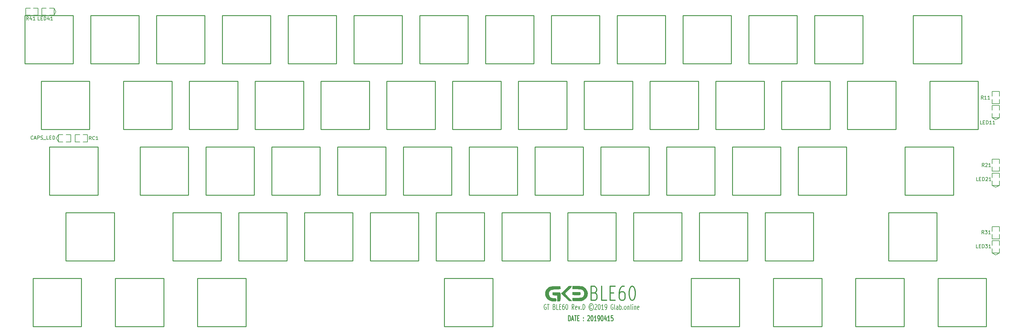
<source format=gbr>
%TF.GenerationSoftware,KiCad,Pcbnew,(5.1.0)-1*%
%TF.CreationDate,2019-04-30T15:13:16+08:00*%
%TF.ProjectId,keyboard,6b657962-6f61-4726-942e-6b696361645f,rev.C*%
%TF.SameCoordinates,PX3b67bd4PY97d81e8*%
%TF.FileFunction,Legend,Top*%
%TF.FilePolarity,Positive*%
%FSLAX46Y46*%
G04 Gerber Fmt 4.6, Leading zero omitted, Abs format (unit mm)*
G04 Created by KiCad (PCBNEW (5.1.0)-1) date 2019-04-30 15:13:16*
%MOMM*%
%LPD*%
G04 APERTURE LIST*
%ADD10C,0.254000*%
%ADD11C,0.190500*%
%ADD12C,0.304800*%
%ADD13C,0.010000*%
%ADD14C,0.200000*%
%ADD15C,0.250000*%
%ADD16C,0.150000*%
G04 APERTURE END LIST*
D10*
X221765333Y-155349428D02*
X221765333Y-153825428D01*
X222007238Y-153825428D01*
X222152380Y-153898000D01*
X222249142Y-154043142D01*
X222297523Y-154188285D01*
X222345904Y-154478571D01*
X222345904Y-154696285D01*
X222297523Y-154986571D01*
X222249142Y-155131714D01*
X222152380Y-155276857D01*
X222007238Y-155349428D01*
X221765333Y-155349428D01*
X222732952Y-154914000D02*
X223216761Y-154914000D01*
X222636190Y-155349428D02*
X222974857Y-153825428D01*
X223313523Y-155349428D01*
X223507047Y-153825428D02*
X224087619Y-153825428D01*
X223797333Y-155349428D02*
X223797333Y-153825428D01*
X224426285Y-154551142D02*
X224764952Y-154551142D01*
X224910095Y-155349428D02*
X224426285Y-155349428D01*
X224426285Y-153825428D01*
X224910095Y-153825428D01*
X226119619Y-155204285D02*
X226168000Y-155276857D01*
X226119619Y-155349428D01*
X226071238Y-155276857D01*
X226119619Y-155204285D01*
X226119619Y-155349428D01*
X226119619Y-154406000D02*
X226168000Y-154478571D01*
X226119619Y-154551142D01*
X226071238Y-154478571D01*
X226119619Y-154406000D01*
X226119619Y-154551142D01*
X227329142Y-153970571D02*
X227377523Y-153898000D01*
X227474285Y-153825428D01*
X227716190Y-153825428D01*
X227812952Y-153898000D01*
X227861333Y-153970571D01*
X227909714Y-154115714D01*
X227909714Y-154260857D01*
X227861333Y-154478571D01*
X227280761Y-155349428D01*
X227909714Y-155349428D01*
X228538666Y-153825428D02*
X228635428Y-153825428D01*
X228732190Y-153898000D01*
X228780571Y-153970571D01*
X228828952Y-154115714D01*
X228877333Y-154406000D01*
X228877333Y-154768857D01*
X228828952Y-155059142D01*
X228780571Y-155204285D01*
X228732190Y-155276857D01*
X228635428Y-155349428D01*
X228538666Y-155349428D01*
X228441904Y-155276857D01*
X228393523Y-155204285D01*
X228345142Y-155059142D01*
X228296761Y-154768857D01*
X228296761Y-154406000D01*
X228345142Y-154115714D01*
X228393523Y-153970571D01*
X228441904Y-153898000D01*
X228538666Y-153825428D01*
X229844952Y-155349428D02*
X229264380Y-155349428D01*
X229554666Y-155349428D02*
X229554666Y-153825428D01*
X229457904Y-154043142D01*
X229361142Y-154188285D01*
X229264380Y-154260857D01*
X230328761Y-155349428D02*
X230522285Y-155349428D01*
X230619047Y-155276857D01*
X230667428Y-155204285D01*
X230764190Y-154986571D01*
X230812571Y-154696285D01*
X230812571Y-154115714D01*
X230764190Y-153970571D01*
X230715809Y-153898000D01*
X230619047Y-153825428D01*
X230425523Y-153825428D01*
X230328761Y-153898000D01*
X230280380Y-153970571D01*
X230232000Y-154115714D01*
X230232000Y-154478571D01*
X230280380Y-154623714D01*
X230328761Y-154696285D01*
X230425523Y-154768857D01*
X230619047Y-154768857D01*
X230715809Y-154696285D01*
X230764190Y-154623714D01*
X230812571Y-154478571D01*
X231441523Y-153825428D02*
X231538285Y-153825428D01*
X231635047Y-153898000D01*
X231683428Y-153970571D01*
X231731809Y-154115714D01*
X231780190Y-154406000D01*
X231780190Y-154768857D01*
X231731809Y-155059142D01*
X231683428Y-155204285D01*
X231635047Y-155276857D01*
X231538285Y-155349428D01*
X231441523Y-155349428D01*
X231344761Y-155276857D01*
X231296380Y-155204285D01*
X231248000Y-155059142D01*
X231199619Y-154768857D01*
X231199619Y-154406000D01*
X231248000Y-154115714D01*
X231296380Y-153970571D01*
X231344761Y-153898000D01*
X231441523Y-153825428D01*
X232651047Y-154333428D02*
X232651047Y-155349428D01*
X232409142Y-153752857D02*
X232167238Y-154841428D01*
X232796190Y-154841428D01*
X233715428Y-155349428D02*
X233134857Y-155349428D01*
X233425142Y-155349428D02*
X233425142Y-153825428D01*
X233328380Y-154043142D01*
X233231619Y-154188285D01*
X233134857Y-154260857D01*
X234634666Y-153825428D02*
X234150857Y-153825428D01*
X234102476Y-154551142D01*
X234150857Y-154478571D01*
X234247619Y-154406000D01*
X234489523Y-154406000D01*
X234586285Y-154478571D01*
X234634666Y-154551142D01*
X234683047Y-154696285D01*
X234683047Y-155059142D01*
X234634666Y-155204285D01*
X234586285Y-155276857D01*
X234489523Y-155349428D01*
X234247619Y-155349428D01*
X234150857Y-155276857D01*
X234102476Y-155204285D01*
D11*
X215330380Y-150618000D02*
X215233619Y-150545428D01*
X215088476Y-150545428D01*
X214943333Y-150618000D01*
X214846571Y-150763142D01*
X214798190Y-150908285D01*
X214749809Y-151198571D01*
X214749809Y-151416285D01*
X214798190Y-151706571D01*
X214846571Y-151851714D01*
X214943333Y-151996857D01*
X215088476Y-152069428D01*
X215185238Y-152069428D01*
X215330380Y-151996857D01*
X215378761Y-151924285D01*
X215378761Y-151416285D01*
X215185238Y-151416285D01*
X215669047Y-150545428D02*
X216249619Y-150545428D01*
X215959333Y-152069428D02*
X215959333Y-150545428D01*
X217701047Y-151271142D02*
X217846190Y-151343714D01*
X217894571Y-151416285D01*
X217942952Y-151561428D01*
X217942952Y-151779142D01*
X217894571Y-151924285D01*
X217846190Y-151996857D01*
X217749428Y-152069428D01*
X217362380Y-152069428D01*
X217362380Y-150545428D01*
X217701047Y-150545428D01*
X217797809Y-150618000D01*
X217846190Y-150690571D01*
X217894571Y-150835714D01*
X217894571Y-150980857D01*
X217846190Y-151126000D01*
X217797809Y-151198571D01*
X217701047Y-151271142D01*
X217362380Y-151271142D01*
X218862190Y-152069428D02*
X218378380Y-152069428D01*
X218378380Y-150545428D01*
X219200857Y-151271142D02*
X219539523Y-151271142D01*
X219684666Y-152069428D02*
X219200857Y-152069428D01*
X219200857Y-150545428D01*
X219684666Y-150545428D01*
X220555523Y-150545428D02*
X220362000Y-150545428D01*
X220265238Y-150618000D01*
X220216857Y-150690571D01*
X220120095Y-150908285D01*
X220071714Y-151198571D01*
X220071714Y-151779142D01*
X220120095Y-151924285D01*
X220168476Y-151996857D01*
X220265238Y-152069428D01*
X220458761Y-152069428D01*
X220555523Y-151996857D01*
X220603904Y-151924285D01*
X220652285Y-151779142D01*
X220652285Y-151416285D01*
X220603904Y-151271142D01*
X220555523Y-151198571D01*
X220458761Y-151126000D01*
X220265238Y-151126000D01*
X220168476Y-151198571D01*
X220120095Y-151271142D01*
X220071714Y-151416285D01*
X221281238Y-150545428D02*
X221378000Y-150545428D01*
X221474761Y-150618000D01*
X221523142Y-150690571D01*
X221571523Y-150835714D01*
X221619904Y-151126000D01*
X221619904Y-151488857D01*
X221571523Y-151779142D01*
X221523142Y-151924285D01*
X221474761Y-151996857D01*
X221378000Y-152069428D01*
X221281238Y-152069428D01*
X221184476Y-151996857D01*
X221136095Y-151924285D01*
X221087714Y-151779142D01*
X221039333Y-151488857D01*
X221039333Y-151126000D01*
X221087714Y-150835714D01*
X221136095Y-150690571D01*
X221184476Y-150618000D01*
X221281238Y-150545428D01*
X223410000Y-152069428D02*
X223071333Y-151343714D01*
X222829428Y-152069428D02*
X222829428Y-150545428D01*
X223216476Y-150545428D01*
X223313238Y-150618000D01*
X223361619Y-150690571D01*
X223410000Y-150835714D01*
X223410000Y-151053428D01*
X223361619Y-151198571D01*
X223313238Y-151271142D01*
X223216476Y-151343714D01*
X222829428Y-151343714D01*
X224232476Y-151996857D02*
X224135714Y-152069428D01*
X223942190Y-152069428D01*
X223845428Y-151996857D01*
X223797047Y-151851714D01*
X223797047Y-151271142D01*
X223845428Y-151126000D01*
X223942190Y-151053428D01*
X224135714Y-151053428D01*
X224232476Y-151126000D01*
X224280857Y-151271142D01*
X224280857Y-151416285D01*
X223797047Y-151561428D01*
X224619523Y-151053428D02*
X224861428Y-152069428D01*
X225103333Y-151053428D01*
X225490380Y-151924285D02*
X225538761Y-151996857D01*
X225490380Y-152069428D01*
X225442000Y-151996857D01*
X225490380Y-151924285D01*
X225490380Y-152069428D01*
X225974190Y-152069428D02*
X225974190Y-150545428D01*
X226216095Y-150545428D01*
X226361238Y-150618000D01*
X226458000Y-150763142D01*
X226506380Y-150908285D01*
X226554761Y-151198571D01*
X226554761Y-151416285D01*
X226506380Y-151706571D01*
X226458000Y-151851714D01*
X226361238Y-151996857D01*
X226216095Y-152069428D01*
X225974190Y-152069428D01*
X228586761Y-150908285D02*
X228490000Y-150835714D01*
X228296476Y-150835714D01*
X228199714Y-150908285D01*
X228102952Y-151053428D01*
X228054571Y-151198571D01*
X228054571Y-151488857D01*
X228102952Y-151634000D01*
X228199714Y-151779142D01*
X228296476Y-151851714D01*
X228490000Y-151851714D01*
X228586761Y-151779142D01*
X228393238Y-150327714D02*
X228151333Y-150400285D01*
X227909428Y-150618000D01*
X227764285Y-150980857D01*
X227715904Y-151343714D01*
X227764285Y-151706571D01*
X227909428Y-152069428D01*
X228151333Y-152287142D01*
X228393238Y-152359714D01*
X228635142Y-152287142D01*
X228877047Y-152069428D01*
X229022190Y-151706571D01*
X229070571Y-151343714D01*
X229022190Y-150980857D01*
X228877047Y-150618000D01*
X228635142Y-150400285D01*
X228393238Y-150327714D01*
X229457619Y-150690571D02*
X229506000Y-150618000D01*
X229602761Y-150545428D01*
X229844666Y-150545428D01*
X229941428Y-150618000D01*
X229989809Y-150690571D01*
X230038190Y-150835714D01*
X230038190Y-150980857D01*
X229989809Y-151198571D01*
X229409238Y-152069428D01*
X230038190Y-152069428D01*
X230667142Y-150545428D02*
X230763904Y-150545428D01*
X230860666Y-150618000D01*
X230909047Y-150690571D01*
X230957428Y-150835714D01*
X231005809Y-151126000D01*
X231005809Y-151488857D01*
X230957428Y-151779142D01*
X230909047Y-151924285D01*
X230860666Y-151996857D01*
X230763904Y-152069428D01*
X230667142Y-152069428D01*
X230570380Y-151996857D01*
X230522000Y-151924285D01*
X230473619Y-151779142D01*
X230425238Y-151488857D01*
X230425238Y-151126000D01*
X230473619Y-150835714D01*
X230522000Y-150690571D01*
X230570380Y-150618000D01*
X230667142Y-150545428D01*
X231973428Y-152069428D02*
X231392857Y-152069428D01*
X231683142Y-152069428D02*
X231683142Y-150545428D01*
X231586380Y-150763142D01*
X231489619Y-150908285D01*
X231392857Y-150980857D01*
X232457238Y-152069428D02*
X232650761Y-152069428D01*
X232747523Y-151996857D01*
X232795904Y-151924285D01*
X232892666Y-151706571D01*
X232941047Y-151416285D01*
X232941047Y-150835714D01*
X232892666Y-150690571D01*
X232844285Y-150618000D01*
X232747523Y-150545428D01*
X232554000Y-150545428D01*
X232457238Y-150618000D01*
X232408857Y-150690571D01*
X232360476Y-150835714D01*
X232360476Y-151198571D01*
X232408857Y-151343714D01*
X232457238Y-151416285D01*
X232554000Y-151488857D01*
X232747523Y-151488857D01*
X232844285Y-151416285D01*
X232892666Y-151343714D01*
X232941047Y-151198571D01*
X234682761Y-150618000D02*
X234586000Y-150545428D01*
X234440857Y-150545428D01*
X234295714Y-150618000D01*
X234198952Y-150763142D01*
X234150571Y-150908285D01*
X234102190Y-151198571D01*
X234102190Y-151416285D01*
X234150571Y-151706571D01*
X234198952Y-151851714D01*
X234295714Y-151996857D01*
X234440857Y-152069428D01*
X234537619Y-152069428D01*
X234682761Y-151996857D01*
X234731142Y-151924285D01*
X234731142Y-151416285D01*
X234537619Y-151416285D01*
X235311714Y-152069428D02*
X235214952Y-151996857D01*
X235166571Y-151851714D01*
X235166571Y-150545428D01*
X236134190Y-152069428D02*
X236134190Y-151271142D01*
X236085809Y-151126000D01*
X235989047Y-151053428D01*
X235795523Y-151053428D01*
X235698761Y-151126000D01*
X236134190Y-151996857D02*
X236037428Y-152069428D01*
X235795523Y-152069428D01*
X235698761Y-151996857D01*
X235650380Y-151851714D01*
X235650380Y-151706571D01*
X235698761Y-151561428D01*
X235795523Y-151488857D01*
X236037428Y-151488857D01*
X236134190Y-151416285D01*
X236618000Y-152069428D02*
X236618000Y-150545428D01*
X236618000Y-151126000D02*
X236714761Y-151053428D01*
X236908285Y-151053428D01*
X237005047Y-151126000D01*
X237053428Y-151198571D01*
X237101809Y-151343714D01*
X237101809Y-151779142D01*
X237053428Y-151924285D01*
X237005047Y-151996857D01*
X236908285Y-152069428D01*
X236714761Y-152069428D01*
X236618000Y-151996857D01*
X237537238Y-151924285D02*
X237585619Y-151996857D01*
X237537238Y-152069428D01*
X237488857Y-151996857D01*
X237537238Y-151924285D01*
X237537238Y-152069428D01*
X238166190Y-152069428D02*
X238069428Y-151996857D01*
X238021047Y-151924285D01*
X237972666Y-151779142D01*
X237972666Y-151343714D01*
X238021047Y-151198571D01*
X238069428Y-151126000D01*
X238166190Y-151053428D01*
X238311333Y-151053428D01*
X238408095Y-151126000D01*
X238456476Y-151198571D01*
X238504857Y-151343714D01*
X238504857Y-151779142D01*
X238456476Y-151924285D01*
X238408095Y-151996857D01*
X238311333Y-152069428D01*
X238166190Y-152069428D01*
X238940285Y-151053428D02*
X238940285Y-152069428D01*
X238940285Y-151198571D02*
X238988666Y-151126000D01*
X239085428Y-151053428D01*
X239230571Y-151053428D01*
X239327333Y-151126000D01*
X239375714Y-151271142D01*
X239375714Y-152069428D01*
X240004666Y-152069428D02*
X239907904Y-151996857D01*
X239859523Y-151851714D01*
X239859523Y-150545428D01*
X240391714Y-152069428D02*
X240391714Y-151053428D01*
X240391714Y-150545428D02*
X240343333Y-150618000D01*
X240391714Y-150690571D01*
X240440095Y-150618000D01*
X240391714Y-150545428D01*
X240391714Y-150690571D01*
X240875523Y-151053428D02*
X240875523Y-152069428D01*
X240875523Y-151198571D02*
X240923904Y-151126000D01*
X241020666Y-151053428D01*
X241165809Y-151053428D01*
X241262571Y-151126000D01*
X241310952Y-151271142D01*
X241310952Y-152069428D01*
X242181809Y-151996857D02*
X242085047Y-152069428D01*
X241891523Y-152069428D01*
X241794761Y-151996857D01*
X241746380Y-151851714D01*
X241746380Y-151271142D01*
X241794761Y-151126000D01*
X241891523Y-151053428D01*
X242085047Y-151053428D01*
X242181809Y-151126000D01*
X242230190Y-151271142D01*
X242230190Y-151416285D01*
X241746380Y-151561428D01*
D12*
X229375425Y-147273554D02*
X229810854Y-147467078D01*
X229955997Y-147660601D01*
X230101140Y-148047649D01*
X230101140Y-148628220D01*
X229955997Y-149015268D01*
X229810854Y-149208792D01*
X229520568Y-149402316D01*
X228359425Y-149402316D01*
X228359425Y-145338316D01*
X229375425Y-145338316D01*
X229665711Y-145531840D01*
X229810854Y-145725363D01*
X229955997Y-146112411D01*
X229955997Y-146499459D01*
X229810854Y-146886506D01*
X229665711Y-147080030D01*
X229375425Y-147273554D01*
X228359425Y-147273554D01*
X232858854Y-149402316D02*
X231407425Y-149402316D01*
X231407425Y-145338316D01*
X233874854Y-147273554D02*
X234890854Y-147273554D01*
X235326282Y-149402316D02*
X233874854Y-149402316D01*
X233874854Y-145338316D01*
X235326282Y-145338316D01*
X237938854Y-145338316D02*
X237358282Y-145338316D01*
X237067997Y-145531840D01*
X236922854Y-145725363D01*
X236632568Y-146305935D01*
X236487425Y-147080030D01*
X236487425Y-148628220D01*
X236632568Y-149015268D01*
X236777711Y-149208792D01*
X237067997Y-149402316D01*
X237648568Y-149402316D01*
X237938854Y-149208792D01*
X238083997Y-149015268D01*
X238229140Y-148628220D01*
X238229140Y-147660601D01*
X238083997Y-147273554D01*
X237938854Y-147080030D01*
X237648568Y-146886506D01*
X237067997Y-146886506D01*
X236777711Y-147080030D01*
X236632568Y-147273554D01*
X236487425Y-147660601D01*
X240115997Y-145338316D02*
X240406282Y-145338316D01*
X240696568Y-145531840D01*
X240841711Y-145725363D01*
X240986854Y-146112411D01*
X241131997Y-146886506D01*
X241131997Y-147854125D01*
X240986854Y-148628220D01*
X240841711Y-149015268D01*
X240696568Y-149208792D01*
X240406282Y-149402316D01*
X240115997Y-149402316D01*
X239825711Y-149208792D01*
X239680568Y-149015268D01*
X239535425Y-148628220D01*
X239390282Y-147854125D01*
X239390282Y-146886506D01*
X239535425Y-146112411D01*
X239680568Y-145725363D01*
X239825711Y-145531840D01*
X240115997Y-145338316D01*
D13*
G36*
X225234192Y-147269358D02*
G01*
X225244902Y-147508496D01*
X225199463Y-147692691D01*
X225144655Y-147765045D01*
X225051664Y-147811387D01*
X224887946Y-147836654D01*
X224620954Y-147845787D01*
X224218145Y-147843724D01*
X224205361Y-147843563D01*
X223810864Y-147835429D01*
X223463553Y-147822589D01*
X223208444Y-147807022D01*
X223107673Y-147795341D01*
X222987376Y-147747575D01*
X222931495Y-147633062D01*
X222917206Y-147402460D01*
X222917173Y-147383538D01*
X222917173Y-147008427D01*
X225182006Y-147008427D01*
X225234192Y-147269358D01*
X225234192Y-147269358D01*
G37*
X225234192Y-147269358D02*
X225244902Y-147508496D01*
X225199463Y-147692691D01*
X225144655Y-147765045D01*
X225051664Y-147811387D01*
X224887946Y-147836654D01*
X224620954Y-147845787D01*
X224218145Y-147843724D01*
X224205361Y-147843563D01*
X223810864Y-147835429D01*
X223463553Y-147822589D01*
X223208444Y-147807022D01*
X223107673Y-147795341D01*
X222987376Y-147747575D01*
X222931495Y-147633062D01*
X222917206Y-147402460D01*
X222917173Y-147383538D01*
X222917173Y-147008427D01*
X225182006Y-147008427D01*
X225234192Y-147269358D01*
G36*
X224803392Y-145241867D02*
G01*
X225319720Y-145276710D01*
X225688682Y-145335738D01*
X225763004Y-145355519D01*
X226279420Y-145593081D01*
X226715959Y-145959394D01*
X227049837Y-146423790D01*
X227258272Y-146955603D01*
X227319840Y-147451103D01*
X227245655Y-148046175D01*
X227024390Y-148557834D01*
X226657981Y-148983092D01*
X226148360Y-149318964D01*
X226092173Y-149346301D01*
X225916506Y-149423410D01*
X225745918Y-149477876D01*
X225546560Y-149513610D01*
X225284584Y-149534521D01*
X224926140Y-149544518D01*
X224437382Y-149547512D01*
X224349451Y-149547600D01*
X223892956Y-149544435D01*
X223497509Y-149535160D01*
X223193483Y-149521004D01*
X223011250Y-149503195D01*
X222973617Y-149491982D01*
X222938669Y-149379015D01*
X222918857Y-149163704D01*
X222917173Y-149074609D01*
X222917173Y-148713680D01*
X224223627Y-148686553D01*
X224772396Y-148671370D01*
X225182155Y-148645634D01*
X225483221Y-148599919D01*
X225705914Y-148524804D01*
X225880553Y-148410865D01*
X226037456Y-148248677D01*
X226167133Y-148082480D01*
X226306918Y-147771627D01*
X226348773Y-147389879D01*
X226293566Y-147003868D01*
X226148998Y-146689649D01*
X225988369Y-146490042D01*
X225813255Y-146342524D01*
X225594777Y-146238399D01*
X225304054Y-146168972D01*
X224912205Y-146125549D01*
X224390349Y-146099433D01*
X224166006Y-146092618D01*
X222917173Y-146058637D01*
X222917173Y-145230427D01*
X224129472Y-145230427D01*
X224803392Y-145241867D01*
X224803392Y-145241867D01*
G37*
X224803392Y-145241867D02*
X225319720Y-145276710D01*
X225688682Y-145335738D01*
X225763004Y-145355519D01*
X226279420Y-145593081D01*
X226715959Y-145959394D01*
X227049837Y-146423790D01*
X227258272Y-146955603D01*
X227319840Y-147451103D01*
X227245655Y-148046175D01*
X227024390Y-148557834D01*
X226657981Y-148983092D01*
X226148360Y-149318964D01*
X226092173Y-149346301D01*
X225916506Y-149423410D01*
X225745918Y-149477876D01*
X225546560Y-149513610D01*
X225284584Y-149534521D01*
X224926140Y-149544518D01*
X224437382Y-149547512D01*
X224349451Y-149547600D01*
X223892956Y-149544435D01*
X223497509Y-149535160D01*
X223193483Y-149521004D01*
X223011250Y-149503195D01*
X222973617Y-149491982D01*
X222938669Y-149379015D01*
X222918857Y-149163704D01*
X222917173Y-149074609D01*
X222917173Y-148713680D01*
X224223627Y-148686553D01*
X224772396Y-148671370D01*
X225182155Y-148645634D01*
X225483221Y-148599919D01*
X225705914Y-148524804D01*
X225880553Y-148410865D01*
X226037456Y-148248677D01*
X226167133Y-148082480D01*
X226306918Y-147771627D01*
X226348773Y-147389879D01*
X226293566Y-147003868D01*
X226148998Y-146689649D01*
X225988369Y-146490042D01*
X225813255Y-146342524D01*
X225594777Y-146238399D01*
X225304054Y-146168972D01*
X224912205Y-146125549D01*
X224390349Y-146099433D01*
X224166006Y-146092618D01*
X222917173Y-146058637D01*
X222917173Y-145230427D01*
X224129472Y-145230427D01*
X224803392Y-145241867D01*
G36*
X222590874Y-145234366D02*
G01*
X222699375Y-145256233D01*
X222695516Y-145311106D01*
X222633962Y-145385260D01*
X222525240Y-145538315D01*
X222493840Y-145628834D01*
X222434655Y-145716570D01*
X222272936Y-145892680D01*
X222032431Y-146132726D01*
X221736892Y-146412275D01*
X221693870Y-146451893D01*
X221385559Y-146744310D01*
X221123120Y-147010890D01*
X220932767Y-147223753D01*
X220840715Y-147355018D01*
X220838085Y-147362072D01*
X220837083Y-147449082D01*
X220892662Y-147568269D01*
X221019401Y-147737818D01*
X221231876Y-147975916D01*
X221544666Y-148300747D01*
X221784898Y-148543180D01*
X222787526Y-149548427D01*
X221920212Y-149548427D01*
X220788859Y-148488643D01*
X220430427Y-148149679D01*
X220120189Y-147850157D01*
X219877358Y-147609132D01*
X219721145Y-147445661D01*
X219670514Y-147379328D01*
X219733389Y-147308098D01*
X219900088Y-147140506D01*
X220150796Y-146895898D01*
X220465704Y-146593618D01*
X220796257Y-146280112D01*
X221908993Y-145230427D01*
X222341538Y-145230427D01*
X222590874Y-145234366D01*
X222590874Y-145234366D01*
G37*
X222590874Y-145234366D02*
X222699375Y-145256233D01*
X222695516Y-145311106D01*
X222633962Y-145385260D01*
X222525240Y-145538315D01*
X222493840Y-145628834D01*
X222434655Y-145716570D01*
X222272936Y-145892680D01*
X222032431Y-146132726D01*
X221736892Y-146412275D01*
X221693870Y-146451893D01*
X221385559Y-146744310D01*
X221123120Y-147010890D01*
X220932767Y-147223753D01*
X220840715Y-147355018D01*
X220838085Y-147362072D01*
X220837083Y-147449082D01*
X220892662Y-147568269D01*
X221019401Y-147737818D01*
X221231876Y-147975916D01*
X221544666Y-148300747D01*
X221784898Y-148543180D01*
X222787526Y-149548427D01*
X221920212Y-149548427D01*
X220788859Y-148488643D01*
X220430427Y-148149679D01*
X220120189Y-147850157D01*
X219877358Y-147609132D01*
X219721145Y-147445661D01*
X219670514Y-147379328D01*
X219733389Y-147308098D01*
X219900088Y-147140506D01*
X220150796Y-146895898D01*
X220465704Y-146593618D01*
X220796257Y-146280112D01*
X221908993Y-145230427D01*
X222341538Y-145230427D01*
X222590874Y-145234366D01*
G36*
X219416020Y-147336754D02*
G01*
X219456086Y-147542857D01*
X219477161Y-147873021D01*
X219476928Y-148282796D01*
X219472286Y-148416254D01*
X219451140Y-148891744D01*
X219427633Y-149223846D01*
X219390441Y-149438267D01*
X219328239Y-149560716D01*
X219229700Y-149616899D01*
X219083501Y-149632525D01*
X218936226Y-149633094D01*
X218514506Y-149633094D01*
X218514506Y-147939760D01*
X218101756Y-147939760D01*
X217791503Y-147928490D01*
X217504599Y-147900199D01*
X217424423Y-147886844D01*
X217259268Y-147839833D01*
X217182569Y-147751207D01*
X217160736Y-147567223D01*
X217159840Y-147463510D01*
X217159840Y-147093094D01*
X219324049Y-147093094D01*
X219416020Y-147336754D01*
X219416020Y-147336754D01*
G37*
X219416020Y-147336754D02*
X219456086Y-147542857D01*
X219477161Y-147873021D01*
X219476928Y-148282796D01*
X219472286Y-148416254D01*
X219451140Y-148891744D01*
X219427633Y-149223846D01*
X219390441Y-149438267D01*
X219328239Y-149560716D01*
X219229700Y-149616899D01*
X219083501Y-149632525D01*
X218936226Y-149633094D01*
X218514506Y-149633094D01*
X218514506Y-147939760D01*
X218101756Y-147939760D01*
X217791503Y-147928490D01*
X217504599Y-147900199D01*
X217424423Y-147886844D01*
X217259268Y-147839833D01*
X217182569Y-147751207D01*
X217160736Y-147567223D01*
X217159840Y-147463510D01*
X217159840Y-147093094D01*
X219324049Y-147093094D01*
X219416020Y-147336754D01*
G36*
X219407623Y-145603593D02*
G01*
X219440186Y-145804557D01*
X219434992Y-145947952D01*
X219369080Y-146044756D01*
X219219489Y-146105947D01*
X218963256Y-146142504D01*
X218577420Y-146165405D01*
X218202623Y-146179741D01*
X217648825Y-146206508D01*
X217240634Y-146243143D01*
X216954463Y-146292597D01*
X216766729Y-146357820D01*
X216762662Y-146359901D01*
X216432776Y-146615156D01*
X216201140Y-146964616D01*
X216079840Y-147365559D01*
X216080966Y-147775264D01*
X216216602Y-148151008D01*
X216243819Y-148193760D01*
X216527913Y-148502823D01*
X216895970Y-148694490D01*
X217372583Y-148779621D01*
X217585777Y-148786295D01*
X217885313Y-148790975D01*
X218060346Y-148815826D01*
X218155670Y-148877330D01*
X218216076Y-148991973D01*
X218227857Y-149022590D01*
X218269100Y-149322778D01*
X218233481Y-149445923D01*
X218177415Y-149538823D01*
X218085802Y-149594694D01*
X217920242Y-149622789D01*
X217642337Y-149632361D01*
X217456758Y-149633094D01*
X217073870Y-149624125D01*
X216790087Y-149587413D01*
X216535681Y-149508246D01*
X216257014Y-149379973D01*
X215773237Y-149054524D01*
X215413365Y-148640863D01*
X215178097Y-148165260D01*
X215068131Y-147653983D01*
X215084166Y-147133301D01*
X215226900Y-146629481D01*
X215497033Y-146168793D01*
X215895262Y-145777504D01*
X216156708Y-145608232D01*
X216332061Y-145514504D01*
X216488252Y-145446928D01*
X216658000Y-145400497D01*
X216874019Y-145370202D01*
X217169027Y-145351033D01*
X217575740Y-145337982D01*
X217980153Y-145329064D01*
X219350800Y-145300700D01*
X219407623Y-145603593D01*
X219407623Y-145603593D01*
G37*
X219407623Y-145603593D02*
X219440186Y-145804557D01*
X219434992Y-145947952D01*
X219369080Y-146044756D01*
X219219489Y-146105947D01*
X218963256Y-146142504D01*
X218577420Y-146165405D01*
X218202623Y-146179741D01*
X217648825Y-146206508D01*
X217240634Y-146243143D01*
X216954463Y-146292597D01*
X216766729Y-146357820D01*
X216762662Y-146359901D01*
X216432776Y-146615156D01*
X216201140Y-146964616D01*
X216079840Y-147365559D01*
X216080966Y-147775264D01*
X216216602Y-148151008D01*
X216243819Y-148193760D01*
X216527913Y-148502823D01*
X216895970Y-148694490D01*
X217372583Y-148779621D01*
X217585777Y-148786295D01*
X217885313Y-148790975D01*
X218060346Y-148815826D01*
X218155670Y-148877330D01*
X218216076Y-148991973D01*
X218227857Y-149022590D01*
X218269100Y-149322778D01*
X218233481Y-149445923D01*
X218177415Y-149538823D01*
X218085802Y-149594694D01*
X217920242Y-149622789D01*
X217642337Y-149632361D01*
X217456758Y-149633094D01*
X217073870Y-149624125D01*
X216790087Y-149587413D01*
X216535681Y-149508246D01*
X216257014Y-149379973D01*
X215773237Y-149054524D01*
X215413365Y-148640863D01*
X215178097Y-148165260D01*
X215068131Y-147653983D01*
X215084166Y-147133301D01*
X215226900Y-146629481D01*
X215497033Y-146168793D01*
X215895262Y-145777504D01*
X216156708Y-145608232D01*
X216332061Y-145514504D01*
X216488252Y-145446928D01*
X216658000Y-145400497D01*
X216874019Y-145370202D01*
X217169027Y-145351033D01*
X217575740Y-145337982D01*
X217980153Y-145329064D01*
X219350800Y-145300700D01*
X219407623Y-145603593D01*
D14*
X74168400Y-101394000D02*
X75488400Y-101394000D01*
X76388400Y-101394000D02*
X77708400Y-101394000D01*
X76388400Y-103464000D02*
X77708400Y-103464000D01*
X74168400Y-103464000D02*
X75488400Y-103464000D01*
X74168400Y-103464000D02*
X74168400Y-101394000D01*
X77708400Y-103464000D02*
X77708400Y-101394000D01*
X73623400Y-102429000D02*
X74168400Y-101394000D01*
X73623400Y-102429000D02*
X74168400Y-103464000D01*
X345482920Y-97036660D02*
X346517920Y-96491660D01*
X345482920Y-97036660D02*
X344447920Y-96491660D01*
X346517920Y-92951660D02*
X344447920Y-92951660D01*
X346517920Y-96491660D02*
X344447920Y-96491660D01*
X346517920Y-96491660D02*
X346517920Y-95171660D01*
X346517920Y-94271660D02*
X346517920Y-92951660D01*
X344447920Y-94271660D02*
X344447920Y-92951660D01*
X344447920Y-96491660D02*
X344447920Y-95171660D01*
X345482920Y-116628810D02*
X346517920Y-116083810D01*
X345482920Y-116628810D02*
X344447920Y-116083810D01*
X346517920Y-112543810D02*
X344447920Y-112543810D01*
X346517920Y-116083810D02*
X344447920Y-116083810D01*
X346517920Y-116083810D02*
X346517920Y-114763810D01*
X346517920Y-113863810D02*
X346517920Y-112543810D01*
X344447920Y-113863810D02*
X344447920Y-112543810D01*
X344447920Y-116083810D02*
X344447920Y-114763810D01*
X345482920Y-136220960D02*
X346517920Y-135675960D01*
X345482920Y-136220960D02*
X344447920Y-135675960D01*
X346517920Y-132135960D02*
X344447920Y-132135960D01*
X346517920Y-135675960D02*
X344447920Y-135675960D01*
X346517920Y-135675960D02*
X346517920Y-134355960D01*
X346517920Y-133455960D02*
X346517920Y-132135960D01*
X344447920Y-133455960D02*
X344447920Y-132135960D01*
X344447920Y-135675960D02*
X344447920Y-134355960D01*
X73423340Y-65747900D02*
X72878340Y-64712900D01*
X73423340Y-65747900D02*
X72878340Y-66782900D01*
X69338340Y-64712900D02*
X69338340Y-66782900D01*
X72878340Y-64712900D02*
X72878340Y-66782900D01*
X72878340Y-64712900D02*
X71558340Y-64712900D01*
X70658340Y-64712900D02*
X69338340Y-64712900D01*
X70658340Y-66782900D02*
X69338340Y-66782900D01*
X72878340Y-66782900D02*
X71558340Y-66782900D01*
D15*
X173688000Y-66818800D02*
X173688000Y-79864000D01*
X172688000Y-66818800D02*
X173688000Y-66818800D01*
X173688000Y-80818800D02*
X172688000Y-80818800D01*
X173688000Y-79818800D02*
X173688000Y-80818800D01*
X159688000Y-80818800D02*
X159688000Y-79818800D01*
X172688000Y-80818800D02*
X159688000Y-80818800D01*
X159688000Y-66818800D02*
X172682400Y-66818800D01*
X159688000Y-79762400D02*
X159688000Y-66818800D01*
X340375000Y-85868800D02*
X340375000Y-98914000D01*
X339375000Y-85868800D02*
X340375000Y-85868800D01*
X340375000Y-99868800D02*
X339375000Y-99868800D01*
X340375000Y-98868800D02*
X340375000Y-99868800D01*
X326375000Y-99868800D02*
X326375000Y-98868800D01*
X339375000Y-99868800D02*
X326375000Y-99868800D01*
X326375000Y-85868800D02*
X339369400Y-85868800D01*
X326375000Y-98812400D02*
X326375000Y-85868800D01*
X97487500Y-66818800D02*
X97487500Y-79864000D01*
X96487500Y-66818800D02*
X97487500Y-66818800D01*
X97487500Y-80818800D02*
X96487500Y-80818800D01*
X97487500Y-79818800D02*
X97487500Y-80818800D01*
X83487500Y-80818800D02*
X83487500Y-79818800D01*
X96487500Y-80818800D02*
X83487500Y-80818800D01*
X83487500Y-66818800D02*
X96481900Y-66818800D01*
X83487500Y-79762400D02*
X83487500Y-66818800D01*
X135588000Y-66818800D02*
X135588000Y-79864000D01*
X134588000Y-66818800D02*
X135588000Y-66818800D01*
X135588000Y-80818800D02*
X134588000Y-80818800D01*
X135588000Y-79818800D02*
X135588000Y-80818800D01*
X121588000Y-80818800D02*
X121588000Y-79818800D01*
X134588000Y-80818800D02*
X121588000Y-80818800D01*
X121588000Y-66818800D02*
X134582400Y-66818800D01*
X121588000Y-79762400D02*
X121588000Y-66818800D01*
X154638000Y-66818800D02*
X154638000Y-79864000D01*
X153638000Y-66818800D02*
X154638000Y-66818800D01*
X154638000Y-80818800D02*
X153638000Y-80818800D01*
X154638000Y-79818800D02*
X154638000Y-80818800D01*
X140638000Y-80818800D02*
X140638000Y-79818800D01*
X153638000Y-80818800D02*
X140638000Y-80818800D01*
X140638000Y-66818800D02*
X153632400Y-66818800D01*
X140638000Y-79762400D02*
X140638000Y-66818800D01*
X192738000Y-66818800D02*
X192738000Y-79864000D01*
X191738000Y-66818800D02*
X192738000Y-66818800D01*
X192738000Y-80818800D02*
X191738000Y-80818800D01*
X192738000Y-79818800D02*
X192738000Y-80818800D01*
X178738000Y-80818800D02*
X178738000Y-79818800D01*
X191738000Y-80818800D02*
X178738000Y-80818800D01*
X178738000Y-66818800D02*
X191732400Y-66818800D01*
X178738000Y-79762400D02*
X178738000Y-66818800D01*
X211788000Y-66818800D02*
X211788000Y-79864000D01*
X210788000Y-66818800D02*
X211788000Y-66818800D01*
X211788000Y-80818800D02*
X210788000Y-80818800D01*
X211788000Y-79818800D02*
X211788000Y-80818800D01*
X197788000Y-80818800D02*
X197788000Y-79818800D01*
X210788000Y-80818800D02*
X197788000Y-80818800D01*
X197788000Y-66818800D02*
X210782400Y-66818800D01*
X197788000Y-79762400D02*
X197788000Y-66818800D01*
X230838000Y-66818800D02*
X230838000Y-79864000D01*
X229838000Y-66818800D02*
X230838000Y-66818800D01*
X230838000Y-80818800D02*
X229838000Y-80818800D01*
X230838000Y-79818800D02*
X230838000Y-80818800D01*
X216838000Y-80818800D02*
X216838000Y-79818800D01*
X229838000Y-80818800D02*
X216838000Y-80818800D01*
X216838000Y-66818800D02*
X229832400Y-66818800D01*
X216838000Y-79762400D02*
X216838000Y-66818800D01*
X249888000Y-66818800D02*
X249888000Y-79864000D01*
X248888000Y-66818800D02*
X249888000Y-66818800D01*
X249888000Y-80818800D02*
X248888000Y-80818800D01*
X249888000Y-79818800D02*
X249888000Y-80818800D01*
X235888000Y-80818800D02*
X235888000Y-79818800D01*
X248888000Y-80818800D02*
X235888000Y-80818800D01*
X235888000Y-66818800D02*
X248882400Y-66818800D01*
X235888000Y-79762400D02*
X235888000Y-66818800D01*
X268938000Y-66818800D02*
X268938000Y-79864000D01*
X267938000Y-66818800D02*
X268938000Y-66818800D01*
X268938000Y-80818800D02*
X267938000Y-80818800D01*
X268938000Y-79818800D02*
X268938000Y-80818800D01*
X254938000Y-80818800D02*
X254938000Y-79818800D01*
X267938000Y-80818800D02*
X254938000Y-80818800D01*
X254938000Y-66818800D02*
X267932400Y-66818800D01*
X254938000Y-79762400D02*
X254938000Y-66818800D01*
X287988000Y-66818800D02*
X287988000Y-79864000D01*
X286988000Y-66818800D02*
X287988000Y-66818800D01*
X287988000Y-80818800D02*
X286988000Y-80818800D01*
X287988000Y-79818800D02*
X287988000Y-80818800D01*
X273988000Y-80818800D02*
X273988000Y-79818800D01*
X286988000Y-80818800D02*
X273988000Y-80818800D01*
X273988000Y-66818800D02*
X286982400Y-66818800D01*
X273988000Y-79762400D02*
X273988000Y-66818800D01*
X307038000Y-66818800D02*
X307038000Y-79864000D01*
X306038000Y-66818800D02*
X307038000Y-66818800D01*
X307038000Y-80818800D02*
X306038000Y-80818800D01*
X307038000Y-79818800D02*
X307038000Y-80818800D01*
X293038000Y-80818800D02*
X293038000Y-79818800D01*
X306038000Y-80818800D02*
X293038000Y-80818800D01*
X293038000Y-66818800D02*
X306032400Y-66818800D01*
X293038000Y-79762400D02*
X293038000Y-66818800D01*
X335612000Y-66818800D02*
X335612000Y-79864000D01*
X334612000Y-66818800D02*
X335612000Y-66818800D01*
X335612000Y-80818800D02*
X334612000Y-80818800D01*
X335612000Y-79818800D02*
X335612000Y-80818800D01*
X321612000Y-80818800D02*
X321612000Y-79818800D01*
X334612000Y-80818800D02*
X321612000Y-80818800D01*
X321612000Y-66818800D02*
X334606400Y-66818800D01*
X321612000Y-79762400D02*
X321612000Y-66818800D01*
X83200000Y-85868800D02*
X83200000Y-98914000D01*
X82200000Y-85868800D02*
X83200000Y-85868800D01*
X83200000Y-99868800D02*
X82200000Y-99868800D01*
X83200000Y-98868800D02*
X83200000Y-99868800D01*
X69200000Y-99868800D02*
X69200000Y-98868800D01*
X82200000Y-99868800D02*
X69200000Y-99868800D01*
X69200000Y-85868800D02*
X82194400Y-85868800D01*
X69200000Y-98812400D02*
X69200000Y-85868800D01*
X107012000Y-85868800D02*
X107012000Y-98914000D01*
X106012000Y-85868800D02*
X107012000Y-85868800D01*
X107012000Y-99868800D02*
X106012000Y-99868800D01*
X107012000Y-98868800D02*
X107012000Y-99868800D01*
X93012000Y-99868800D02*
X93012000Y-98868800D01*
X106012000Y-99868800D02*
X93012000Y-99868800D01*
X93012000Y-85868800D02*
X106006400Y-85868800D01*
X93012000Y-98812400D02*
X93012000Y-85868800D01*
X126062000Y-85868800D02*
X126062000Y-98914000D01*
X125062000Y-85868800D02*
X126062000Y-85868800D01*
X126062000Y-99868800D02*
X125062000Y-99868800D01*
X126062000Y-98868800D02*
X126062000Y-99868800D01*
X112062000Y-99868800D02*
X112062000Y-98868800D01*
X125062000Y-99868800D02*
X112062000Y-99868800D01*
X112062000Y-85868800D02*
X125056400Y-85868800D01*
X112062000Y-98812400D02*
X112062000Y-85868800D01*
X145112000Y-85868800D02*
X145112000Y-98914000D01*
X144112000Y-85868800D02*
X145112000Y-85868800D01*
X145112000Y-99868800D02*
X144112000Y-99868800D01*
X145112000Y-98868800D02*
X145112000Y-99868800D01*
X131112000Y-99868800D02*
X131112000Y-98868800D01*
X144112000Y-99868800D02*
X131112000Y-99868800D01*
X131112000Y-85868800D02*
X144106400Y-85868800D01*
X131112000Y-98812400D02*
X131112000Y-85868800D01*
X164162000Y-85868800D02*
X164162000Y-98914000D01*
X163162000Y-85868800D02*
X164162000Y-85868800D01*
X164162000Y-99868800D02*
X163162000Y-99868800D01*
X164162000Y-98868800D02*
X164162000Y-99868800D01*
X150162000Y-99868800D02*
X150162000Y-98868800D01*
X163162000Y-99868800D02*
X150162000Y-99868800D01*
X150162000Y-85868800D02*
X163156400Y-85868800D01*
X150162000Y-98812400D02*
X150162000Y-85868800D01*
X183212000Y-85868800D02*
X183212000Y-98914000D01*
X182212000Y-85868800D02*
X183212000Y-85868800D01*
X183212000Y-99868800D02*
X182212000Y-99868800D01*
X183212000Y-98868800D02*
X183212000Y-99868800D01*
X169212000Y-99868800D02*
X169212000Y-98868800D01*
X182212000Y-99868800D02*
X169212000Y-99868800D01*
X169212000Y-85868800D02*
X182206400Y-85868800D01*
X169212000Y-98812400D02*
X169212000Y-85868800D01*
X202262000Y-85868800D02*
X202262000Y-98914000D01*
X201262000Y-85868800D02*
X202262000Y-85868800D01*
X202262000Y-99868800D02*
X201262000Y-99868800D01*
X202262000Y-98868800D02*
X202262000Y-99868800D01*
X188262000Y-99868800D02*
X188262000Y-98868800D01*
X201262000Y-99868800D02*
X188262000Y-99868800D01*
X188262000Y-85868800D02*
X201256400Y-85868800D01*
X188262000Y-98812400D02*
X188262000Y-85868800D01*
X221312000Y-85868800D02*
X221312000Y-98914000D01*
X220312000Y-85868800D02*
X221312000Y-85868800D01*
X221312000Y-99868800D02*
X220312000Y-99868800D01*
X221312000Y-98868800D02*
X221312000Y-99868800D01*
X207312000Y-99868800D02*
X207312000Y-98868800D01*
X220312000Y-99868800D02*
X207312000Y-99868800D01*
X207312000Y-85868800D02*
X220306400Y-85868800D01*
X207312000Y-98812400D02*
X207312000Y-85868800D01*
X240362000Y-85868800D02*
X240362000Y-98914000D01*
X239362000Y-85868800D02*
X240362000Y-85868800D01*
X240362000Y-99868800D02*
X239362000Y-99868800D01*
X240362000Y-98868800D02*
X240362000Y-99868800D01*
X226362000Y-99868800D02*
X226362000Y-98868800D01*
X239362000Y-99868800D02*
X226362000Y-99868800D01*
X226362000Y-85868800D02*
X239356400Y-85868800D01*
X226362000Y-98812400D02*
X226362000Y-85868800D01*
X259412000Y-85868800D02*
X259412000Y-98914000D01*
X258412000Y-85868800D02*
X259412000Y-85868800D01*
X259412000Y-99868800D02*
X258412000Y-99868800D01*
X259412000Y-98868800D02*
X259412000Y-99868800D01*
X245412000Y-99868800D02*
X245412000Y-98868800D01*
X258412000Y-99868800D02*
X245412000Y-99868800D01*
X245412000Y-85868800D02*
X258406400Y-85868800D01*
X245412000Y-98812400D02*
X245412000Y-85868800D01*
X278462000Y-85868800D02*
X278462000Y-98914000D01*
X277462000Y-85868800D02*
X278462000Y-85868800D01*
X278462000Y-99868800D02*
X277462000Y-99868800D01*
X278462000Y-98868800D02*
X278462000Y-99868800D01*
X264462000Y-99868800D02*
X264462000Y-98868800D01*
X277462000Y-99868800D02*
X264462000Y-99868800D01*
X264462000Y-85868800D02*
X277456400Y-85868800D01*
X264462000Y-98812400D02*
X264462000Y-85868800D01*
X297512000Y-85868800D02*
X297512000Y-98914000D01*
X296512000Y-85868800D02*
X297512000Y-85868800D01*
X297512000Y-99868800D02*
X296512000Y-99868800D01*
X297512000Y-98868800D02*
X297512000Y-99868800D01*
X283512000Y-99868800D02*
X283512000Y-98868800D01*
X296512000Y-99868800D02*
X283512000Y-99868800D01*
X283512000Y-85868800D02*
X296506400Y-85868800D01*
X283512000Y-98812400D02*
X283512000Y-85868800D01*
X316562000Y-85868800D02*
X316562000Y-98914000D01*
X315562000Y-85868800D02*
X316562000Y-85868800D01*
X316562000Y-99868800D02*
X315562000Y-99868800D01*
X316562000Y-98868800D02*
X316562000Y-99868800D01*
X302562000Y-99868800D02*
X302562000Y-98868800D01*
X315562000Y-99868800D02*
X302562000Y-99868800D01*
X302562000Y-85868800D02*
X315556400Y-85868800D01*
X302562000Y-98812400D02*
X302562000Y-85868800D01*
X85581200Y-104919000D02*
X85581200Y-117964200D01*
X84581200Y-104919000D02*
X85581200Y-104919000D01*
X85581200Y-118919000D02*
X84581200Y-118919000D01*
X85581200Y-117919000D02*
X85581200Y-118919000D01*
X71581200Y-118919000D02*
X71581200Y-117919000D01*
X84581200Y-118919000D02*
X71581200Y-118919000D01*
X71581200Y-104919000D02*
X84575600Y-104919000D01*
X71581200Y-117862600D02*
X71581200Y-104919000D01*
X111775000Y-104919000D02*
X111775000Y-117964200D01*
X110775000Y-104919000D02*
X111775000Y-104919000D01*
X111775000Y-118919000D02*
X110775000Y-118919000D01*
X111775000Y-117919000D02*
X111775000Y-118919000D01*
X97775000Y-118919000D02*
X97775000Y-117919000D01*
X110775000Y-118919000D02*
X97775000Y-118919000D01*
X97775000Y-104919000D02*
X110769400Y-104919000D01*
X97775000Y-117862600D02*
X97775000Y-104919000D01*
X130825000Y-104919000D02*
X130825000Y-117964200D01*
X129825000Y-104919000D02*
X130825000Y-104919000D01*
X130825000Y-118919000D02*
X129825000Y-118919000D01*
X130825000Y-117919000D02*
X130825000Y-118919000D01*
X116825000Y-118919000D02*
X116825000Y-117919000D01*
X129825000Y-118919000D02*
X116825000Y-118919000D01*
X116825000Y-104919000D02*
X129819400Y-104919000D01*
X116825000Y-117862600D02*
X116825000Y-104919000D01*
X149875000Y-104919000D02*
X149875000Y-117964200D01*
X148875000Y-104919000D02*
X149875000Y-104919000D01*
X149875000Y-118919000D02*
X148875000Y-118919000D01*
X149875000Y-117919000D02*
X149875000Y-118919000D01*
X135875000Y-118919000D02*
X135875000Y-117919000D01*
X148875000Y-118919000D02*
X135875000Y-118919000D01*
X135875000Y-104919000D02*
X148869400Y-104919000D01*
X135875000Y-117862600D02*
X135875000Y-104919000D01*
X168925000Y-104919000D02*
X168925000Y-117964200D01*
X167925000Y-104919000D02*
X168925000Y-104919000D01*
X168925000Y-118919000D02*
X167925000Y-118919000D01*
X168925000Y-117919000D02*
X168925000Y-118919000D01*
X154925000Y-118919000D02*
X154925000Y-117919000D01*
X167925000Y-118919000D02*
X154925000Y-118919000D01*
X154925000Y-104919000D02*
X167919400Y-104919000D01*
X154925000Y-117862600D02*
X154925000Y-104919000D01*
X187975000Y-104919000D02*
X187975000Y-117964200D01*
X186975000Y-104919000D02*
X187975000Y-104919000D01*
X187975000Y-118919000D02*
X186975000Y-118919000D01*
X187975000Y-117919000D02*
X187975000Y-118919000D01*
X173975000Y-118919000D02*
X173975000Y-117919000D01*
X186975000Y-118919000D02*
X173975000Y-118919000D01*
X173975000Y-104919000D02*
X186969400Y-104919000D01*
X173975000Y-117862600D02*
X173975000Y-104919000D01*
X207025000Y-104919000D02*
X207025000Y-117964200D01*
X206025000Y-104919000D02*
X207025000Y-104919000D01*
X207025000Y-118919000D02*
X206025000Y-118919000D01*
X207025000Y-117919000D02*
X207025000Y-118919000D01*
X193025000Y-118919000D02*
X193025000Y-117919000D01*
X206025000Y-118919000D02*
X193025000Y-118919000D01*
X193025000Y-104919000D02*
X206019400Y-104919000D01*
X193025000Y-117862600D02*
X193025000Y-104919000D01*
X226075000Y-104919000D02*
X226075000Y-117964200D01*
X225075000Y-104919000D02*
X226075000Y-104919000D01*
X226075000Y-118919000D02*
X225075000Y-118919000D01*
X226075000Y-117919000D02*
X226075000Y-118919000D01*
X212075000Y-118919000D02*
X212075000Y-117919000D01*
X225075000Y-118919000D02*
X212075000Y-118919000D01*
X212075000Y-104919000D02*
X225069400Y-104919000D01*
X212075000Y-117862600D02*
X212075000Y-104919000D01*
X245125000Y-104919000D02*
X245125000Y-117964200D01*
X244125000Y-104919000D02*
X245125000Y-104919000D01*
X245125000Y-118919000D02*
X244125000Y-118919000D01*
X245125000Y-117919000D02*
X245125000Y-118919000D01*
X231125000Y-118919000D02*
X231125000Y-117919000D01*
X244125000Y-118919000D02*
X231125000Y-118919000D01*
X231125000Y-104919000D02*
X244119400Y-104919000D01*
X231125000Y-117862600D02*
X231125000Y-104919000D01*
X264175000Y-104919000D02*
X264175000Y-117964200D01*
X263175000Y-104919000D02*
X264175000Y-104919000D01*
X264175000Y-118919000D02*
X263175000Y-118919000D01*
X264175000Y-117919000D02*
X264175000Y-118919000D01*
X250175000Y-118919000D02*
X250175000Y-117919000D01*
X263175000Y-118919000D02*
X250175000Y-118919000D01*
X250175000Y-104919000D02*
X263169400Y-104919000D01*
X250175000Y-117862600D02*
X250175000Y-104919000D01*
X283225000Y-104919000D02*
X283225000Y-117964200D01*
X282225000Y-104919000D02*
X283225000Y-104919000D01*
X283225000Y-118919000D02*
X282225000Y-118919000D01*
X283225000Y-117919000D02*
X283225000Y-118919000D01*
X269225000Y-118919000D02*
X269225000Y-117919000D01*
X282225000Y-118919000D02*
X269225000Y-118919000D01*
X269225000Y-104919000D02*
X282219400Y-104919000D01*
X269225000Y-117862600D02*
X269225000Y-104919000D01*
X302275000Y-104919000D02*
X302275000Y-117964200D01*
X301275000Y-104919000D02*
X302275000Y-104919000D01*
X302275000Y-118919000D02*
X301275000Y-118919000D01*
X302275000Y-117919000D02*
X302275000Y-118919000D01*
X288275000Y-118919000D02*
X288275000Y-117919000D01*
X301275000Y-118919000D02*
X288275000Y-118919000D01*
X288275000Y-104919000D02*
X301269400Y-104919000D01*
X288275000Y-117862600D02*
X288275000Y-104919000D01*
X333231000Y-104919000D02*
X333231000Y-117964200D01*
X332231000Y-104919000D02*
X333231000Y-104919000D01*
X333231000Y-118919000D02*
X332231000Y-118919000D01*
X333231000Y-117919000D02*
X333231000Y-118919000D01*
X319231000Y-118919000D02*
X319231000Y-117919000D01*
X332231000Y-118919000D02*
X319231000Y-118919000D01*
X319231000Y-104919000D02*
X332225400Y-104919000D01*
X319231000Y-117862600D02*
X319231000Y-104919000D01*
X90343800Y-123969000D02*
X90343800Y-137014200D01*
X89343800Y-123969000D02*
X90343800Y-123969000D01*
X90343800Y-137969000D02*
X89343800Y-137969000D01*
X90343800Y-136969000D02*
X90343800Y-137969000D01*
X76343800Y-137969000D02*
X76343800Y-136969000D01*
X89343800Y-137969000D02*
X76343800Y-137969000D01*
X76343800Y-123969000D02*
X89338200Y-123969000D01*
X76343800Y-136912600D02*
X76343800Y-123969000D01*
X121300000Y-123969000D02*
X121300000Y-137014200D01*
X120300000Y-123969000D02*
X121300000Y-123969000D01*
X121300000Y-137969000D02*
X120300000Y-137969000D01*
X121300000Y-136969000D02*
X121300000Y-137969000D01*
X107300000Y-137969000D02*
X107300000Y-136969000D01*
X120300000Y-137969000D02*
X107300000Y-137969000D01*
X107300000Y-123969000D02*
X120294400Y-123969000D01*
X107300000Y-136912600D02*
X107300000Y-123969000D01*
X140350000Y-123969000D02*
X140350000Y-137014200D01*
X139350000Y-123969000D02*
X140350000Y-123969000D01*
X140350000Y-137969000D02*
X139350000Y-137969000D01*
X140350000Y-136969000D02*
X140350000Y-137969000D01*
X126350000Y-137969000D02*
X126350000Y-136969000D01*
X139350000Y-137969000D02*
X126350000Y-137969000D01*
X126350000Y-123969000D02*
X139344400Y-123969000D01*
X126350000Y-136912600D02*
X126350000Y-123969000D01*
X159400000Y-123969000D02*
X159400000Y-137014200D01*
X158400000Y-123969000D02*
X159400000Y-123969000D01*
X159400000Y-137969000D02*
X158400000Y-137969000D01*
X159400000Y-136969000D02*
X159400000Y-137969000D01*
X145400000Y-137969000D02*
X145400000Y-136969000D01*
X158400000Y-137969000D02*
X145400000Y-137969000D01*
X145400000Y-123969000D02*
X158394400Y-123969000D01*
X145400000Y-136912600D02*
X145400000Y-123969000D01*
X178450000Y-123969000D02*
X178450000Y-137014200D01*
X177450000Y-123969000D02*
X178450000Y-123969000D01*
X178450000Y-137969000D02*
X177450000Y-137969000D01*
X178450000Y-136969000D02*
X178450000Y-137969000D01*
X164450000Y-137969000D02*
X164450000Y-136969000D01*
X177450000Y-137969000D02*
X164450000Y-137969000D01*
X164450000Y-123969000D02*
X177444400Y-123969000D01*
X164450000Y-136912600D02*
X164450000Y-123969000D01*
X197500000Y-123969000D02*
X197500000Y-137014200D01*
X196500000Y-123969000D02*
X197500000Y-123969000D01*
X197500000Y-137969000D02*
X196500000Y-137969000D01*
X197500000Y-136969000D02*
X197500000Y-137969000D01*
X183500000Y-137969000D02*
X183500000Y-136969000D01*
X196500000Y-137969000D02*
X183500000Y-137969000D01*
X183500000Y-123969000D02*
X196494400Y-123969000D01*
X183500000Y-136912600D02*
X183500000Y-123969000D01*
X216550000Y-123969000D02*
X216550000Y-137014200D01*
X215550000Y-123969000D02*
X216550000Y-123969000D01*
X216550000Y-137969000D02*
X215550000Y-137969000D01*
X216550000Y-136969000D02*
X216550000Y-137969000D01*
X202550000Y-137969000D02*
X202550000Y-136969000D01*
X215550000Y-137969000D02*
X202550000Y-137969000D01*
X202550000Y-123969000D02*
X215544400Y-123969000D01*
X202550000Y-136912600D02*
X202550000Y-123969000D01*
X235600000Y-123969000D02*
X235600000Y-137014200D01*
X234600000Y-123969000D02*
X235600000Y-123969000D01*
X235600000Y-137969000D02*
X234600000Y-137969000D01*
X235600000Y-136969000D02*
X235600000Y-137969000D01*
X221600000Y-137969000D02*
X221600000Y-136969000D01*
X234600000Y-137969000D02*
X221600000Y-137969000D01*
X221600000Y-123969000D02*
X234594400Y-123969000D01*
X221600000Y-136912600D02*
X221600000Y-123969000D01*
X254650000Y-123969000D02*
X254650000Y-137014200D01*
X253650000Y-123969000D02*
X254650000Y-123969000D01*
X254650000Y-137969000D02*
X253650000Y-137969000D01*
X254650000Y-136969000D02*
X254650000Y-137969000D01*
X240650000Y-137969000D02*
X240650000Y-136969000D01*
X253650000Y-137969000D02*
X240650000Y-137969000D01*
X240650000Y-123969000D02*
X253644400Y-123969000D01*
X240650000Y-136912600D02*
X240650000Y-123969000D01*
X273700000Y-123969000D02*
X273700000Y-137014200D01*
X272700000Y-123969000D02*
X273700000Y-123969000D01*
X273700000Y-137969000D02*
X272700000Y-137969000D01*
X273700000Y-136969000D02*
X273700000Y-137969000D01*
X259700000Y-137969000D02*
X259700000Y-136969000D01*
X272700000Y-137969000D02*
X259700000Y-137969000D01*
X259700000Y-123969000D02*
X272694400Y-123969000D01*
X259700000Y-136912600D02*
X259700000Y-123969000D01*
X292750000Y-123969000D02*
X292750000Y-137014200D01*
X291750000Y-123969000D02*
X292750000Y-123969000D01*
X292750000Y-137969000D02*
X291750000Y-137969000D01*
X292750000Y-136969000D02*
X292750000Y-137969000D01*
X278750000Y-137969000D02*
X278750000Y-136969000D01*
X291750000Y-137969000D02*
X278750000Y-137969000D01*
X278750000Y-123969000D02*
X291744400Y-123969000D01*
X278750000Y-136912600D02*
X278750000Y-123969000D01*
X328469000Y-123969000D02*
X328469000Y-137014200D01*
X327469000Y-123969000D02*
X328469000Y-123969000D01*
X328469000Y-137969000D02*
X327469000Y-137969000D01*
X328469000Y-136969000D02*
X328469000Y-137969000D01*
X314469000Y-137969000D02*
X314469000Y-136969000D01*
X327469000Y-137969000D02*
X314469000Y-137969000D01*
X314469000Y-123969000D02*
X327463400Y-123969000D01*
X314469000Y-136912600D02*
X314469000Y-123969000D01*
X80818800Y-143019000D02*
X80818800Y-156064200D01*
X79818800Y-143019000D02*
X80818800Y-143019000D01*
X80818800Y-157019000D02*
X79818800Y-157019000D01*
X80818800Y-156019000D02*
X80818800Y-157019000D01*
X66818800Y-157019000D02*
X66818800Y-156019000D01*
X79818800Y-157019000D02*
X66818800Y-157019000D01*
X66818800Y-143019000D02*
X79813200Y-143019000D01*
X66818800Y-155962600D02*
X66818800Y-143019000D01*
X104631200Y-143019000D02*
X104631200Y-156064200D01*
X103631200Y-143019000D02*
X104631200Y-143019000D01*
X104631200Y-157019000D02*
X103631200Y-157019000D01*
X104631200Y-156019000D02*
X104631200Y-157019000D01*
X90631200Y-157019000D02*
X90631200Y-156019000D01*
X103631200Y-157019000D02*
X90631200Y-157019000D01*
X90631200Y-143019000D02*
X103625600Y-143019000D01*
X90631200Y-155962600D02*
X90631200Y-143019000D01*
X128444000Y-143019000D02*
X128444000Y-156064200D01*
X127444000Y-143019000D02*
X128444000Y-143019000D01*
X128444000Y-157019000D02*
X127444000Y-157019000D01*
X128444000Y-156019000D02*
X128444000Y-157019000D01*
X114444000Y-157019000D02*
X114444000Y-156019000D01*
X127444000Y-157019000D02*
X114444000Y-157019000D01*
X114444000Y-143019000D02*
X127438400Y-143019000D01*
X114444000Y-155962600D02*
X114444000Y-143019000D01*
X199881000Y-143019000D02*
X199881000Y-156064200D01*
X198881000Y-143019000D02*
X199881000Y-143019000D01*
X199881000Y-157019000D02*
X198881000Y-157019000D01*
X199881000Y-156019000D02*
X199881000Y-157019000D01*
X185881000Y-157019000D02*
X185881000Y-156019000D01*
X198881000Y-157019000D02*
X185881000Y-157019000D01*
X185881000Y-143019000D02*
X198875400Y-143019000D01*
X185881000Y-155962600D02*
X185881000Y-143019000D01*
X271319000Y-143019000D02*
X271319000Y-156064200D01*
X270319000Y-143019000D02*
X271319000Y-143019000D01*
X271319000Y-157019000D02*
X270319000Y-157019000D01*
X271319000Y-156019000D02*
X271319000Y-157019000D01*
X257319000Y-157019000D02*
X257319000Y-156019000D01*
X270319000Y-157019000D02*
X257319000Y-157019000D01*
X257319000Y-143019000D02*
X270313400Y-143019000D01*
X257319000Y-155962600D02*
X257319000Y-143019000D01*
X295131000Y-143019000D02*
X295131000Y-156064200D01*
X294131000Y-143019000D02*
X295131000Y-143019000D01*
X295131000Y-157019000D02*
X294131000Y-157019000D01*
X295131000Y-156019000D02*
X295131000Y-157019000D01*
X281131000Y-157019000D02*
X281131000Y-156019000D01*
X294131000Y-157019000D02*
X281131000Y-157019000D01*
X281131000Y-143019000D02*
X294125400Y-143019000D01*
X281131000Y-155962600D02*
X281131000Y-143019000D01*
X318944000Y-143019000D02*
X318944000Y-156064200D01*
X317944000Y-143019000D02*
X318944000Y-143019000D01*
X318944000Y-157019000D02*
X317944000Y-157019000D01*
X318944000Y-156019000D02*
X318944000Y-157019000D01*
X304944000Y-157019000D02*
X304944000Y-156019000D01*
X317944000Y-157019000D02*
X304944000Y-157019000D01*
X304944000Y-143019000D02*
X317938400Y-143019000D01*
X304944000Y-155962600D02*
X304944000Y-143019000D01*
X342756000Y-143019000D02*
X342756000Y-156064200D01*
X341756000Y-143019000D02*
X342756000Y-143019000D01*
X342756000Y-157019000D02*
X341756000Y-157019000D01*
X342756000Y-156019000D02*
X342756000Y-157019000D01*
X328756000Y-157019000D02*
X328756000Y-156019000D01*
X341756000Y-157019000D02*
X328756000Y-157019000D01*
X328756000Y-143019000D02*
X341750400Y-143019000D01*
X328756000Y-155962600D02*
X328756000Y-143019000D01*
X78437500Y-66818800D02*
X78437500Y-79864000D01*
X77437500Y-66818800D02*
X78437500Y-66818800D01*
X78437500Y-80818800D02*
X77437500Y-80818800D01*
X78437500Y-79818800D02*
X78437500Y-80818800D01*
X64437500Y-80818800D02*
X64437500Y-79818800D01*
X77437500Y-80818800D02*
X64437500Y-80818800D01*
X64437500Y-66818800D02*
X77431900Y-66818800D01*
X64437500Y-79762400D02*
X64437500Y-66818800D01*
X116538000Y-66818800D02*
X116538000Y-79864000D01*
X115538000Y-66818800D02*
X116538000Y-66818800D01*
X116538000Y-80818800D02*
X115538000Y-80818800D01*
X116538000Y-79818800D02*
X116538000Y-80818800D01*
X102538000Y-80818800D02*
X102538000Y-79818800D01*
X115538000Y-80818800D02*
X102538000Y-80818800D01*
X102538000Y-66818800D02*
X115532400Y-66818800D01*
X102538000Y-79762400D02*
X102538000Y-66818800D01*
D14*
X79048300Y-101394000D02*
X79048300Y-103464000D01*
X82588300Y-101394000D02*
X82588300Y-103464000D01*
X82588300Y-101394000D02*
X81268300Y-101394000D01*
X80368300Y-101394000D02*
X79048300Y-101394000D01*
X80368300Y-103464000D02*
X79048300Y-103464000D01*
X82588300Y-103464000D02*
X81268300Y-103464000D01*
X346517920Y-88880060D02*
X344447920Y-88880060D01*
X346517920Y-92420060D02*
X344447920Y-92420060D01*
X346517920Y-92420060D02*
X346517920Y-91100060D01*
X346517920Y-90200060D02*
X346517920Y-88880060D01*
X344447920Y-90200060D02*
X344447920Y-88880060D01*
X344447920Y-92420060D02*
X344447920Y-91100060D01*
X344447920Y-112002010D02*
X344447920Y-110682010D01*
X344447920Y-109782010D02*
X344447920Y-108462010D01*
X346517920Y-109782010D02*
X346517920Y-108462010D01*
X346517920Y-112002010D02*
X346517920Y-110682010D01*
X346517920Y-112002010D02*
X344447920Y-112002010D01*
X346517920Y-108462010D02*
X344447920Y-108462010D01*
X344447920Y-131583960D02*
X344447920Y-130263960D01*
X344447920Y-129363960D02*
X344447920Y-128043960D01*
X346517920Y-129363960D02*
X346517920Y-128043960D01*
X346517920Y-131583960D02*
X346517920Y-130263960D01*
X346517920Y-131583960D02*
X344447920Y-131583960D01*
X346517920Y-128043960D02*
X344447920Y-128043960D01*
X68259540Y-66782900D02*
X66939540Y-66782900D01*
X66039540Y-66782900D02*
X64719540Y-66782900D01*
X66039540Y-64712900D02*
X64719540Y-64712900D01*
X68259540Y-64712900D02*
X66939540Y-64712900D01*
X68259540Y-64712900D02*
X68259540Y-66782900D01*
X64719540Y-64712900D02*
X64719540Y-66782900D01*
D16*
X66826166Y-102653102D02*
X66778547Y-102700721D01*
X66635690Y-102748340D01*
X66540452Y-102748340D01*
X66397595Y-102700721D01*
X66302357Y-102605483D01*
X66254738Y-102510245D01*
X66207119Y-102319769D01*
X66207119Y-102176912D01*
X66254738Y-101986436D01*
X66302357Y-101891198D01*
X66397595Y-101795960D01*
X66540452Y-101748340D01*
X66635690Y-101748340D01*
X66778547Y-101795960D01*
X66826166Y-101843579D01*
X67207119Y-102462626D02*
X67683309Y-102462626D01*
X67111880Y-102748340D02*
X67445214Y-101748340D01*
X67778547Y-102748340D01*
X68111880Y-102748340D02*
X68111880Y-101748340D01*
X68492833Y-101748340D01*
X68588071Y-101795960D01*
X68635690Y-101843579D01*
X68683309Y-101938817D01*
X68683309Y-102081674D01*
X68635690Y-102176912D01*
X68588071Y-102224531D01*
X68492833Y-102272150D01*
X68111880Y-102272150D01*
X69064261Y-102700721D02*
X69207119Y-102748340D01*
X69445214Y-102748340D01*
X69540452Y-102700721D01*
X69588071Y-102653102D01*
X69635690Y-102557864D01*
X69635690Y-102462626D01*
X69588071Y-102367388D01*
X69540452Y-102319769D01*
X69445214Y-102272150D01*
X69254738Y-102224531D01*
X69159500Y-102176912D01*
X69111880Y-102129293D01*
X69064261Y-102034055D01*
X69064261Y-101938817D01*
X69111880Y-101843579D01*
X69159500Y-101795960D01*
X69254738Y-101748340D01*
X69492833Y-101748340D01*
X69635690Y-101795960D01*
X69826166Y-102843579D02*
X70588071Y-102843579D01*
X71302357Y-102748340D02*
X70826166Y-102748340D01*
X70826166Y-101748340D01*
X71635690Y-102224531D02*
X71969023Y-102224531D01*
X72111880Y-102748340D02*
X71635690Y-102748340D01*
X71635690Y-101748340D01*
X72111880Y-101748340D01*
X72540452Y-102748340D02*
X72540452Y-101748340D01*
X72778547Y-101748340D01*
X72921404Y-101795960D01*
X73016642Y-101891198D01*
X73064261Y-101986436D01*
X73111880Y-102176912D01*
X73111880Y-102319769D01*
X73064261Y-102510245D01*
X73016642Y-102605483D01*
X72921404Y-102700721D01*
X72778547Y-102748340D01*
X72540452Y-102748340D01*
X341525741Y-98308420D02*
X341049551Y-98308420D01*
X341049551Y-97308420D01*
X341859075Y-97784611D02*
X342192408Y-97784611D01*
X342335265Y-98308420D02*
X341859075Y-98308420D01*
X341859075Y-97308420D01*
X342335265Y-97308420D01*
X342763837Y-98308420D02*
X342763837Y-97308420D01*
X343001932Y-97308420D01*
X343144789Y-97356040D01*
X343240027Y-97451278D01*
X343287646Y-97546516D01*
X343335265Y-97736992D01*
X343335265Y-97879849D01*
X343287646Y-98070325D01*
X343240027Y-98165563D01*
X343144789Y-98260801D01*
X343001932Y-98308420D01*
X342763837Y-98308420D01*
X344287646Y-98308420D02*
X343716218Y-98308420D01*
X344001932Y-98308420D02*
X344001932Y-97308420D01*
X343906694Y-97451278D01*
X343811456Y-97546516D01*
X343716218Y-97594135D01*
X345240027Y-98308420D02*
X344668599Y-98308420D01*
X344954313Y-98308420D02*
X344954313Y-97308420D01*
X344859075Y-97451278D01*
X344763837Y-97546516D01*
X344668599Y-97594135D01*
X340425921Y-114735970D02*
X339949731Y-114735970D01*
X339949731Y-113735970D01*
X340759255Y-114212161D02*
X341092588Y-114212161D01*
X341235445Y-114735970D02*
X340759255Y-114735970D01*
X340759255Y-113735970D01*
X341235445Y-113735970D01*
X341664017Y-114735970D02*
X341664017Y-113735970D01*
X341902112Y-113735970D01*
X342044969Y-113783590D01*
X342140207Y-113878828D01*
X342187826Y-113974066D01*
X342235445Y-114164542D01*
X342235445Y-114307399D01*
X342187826Y-114497875D01*
X342140207Y-114593113D01*
X342044969Y-114688351D01*
X341902112Y-114735970D01*
X341664017Y-114735970D01*
X342616398Y-113831209D02*
X342664017Y-113783590D01*
X342759255Y-113735970D01*
X342997350Y-113735970D01*
X343092588Y-113783590D01*
X343140207Y-113831209D01*
X343187826Y-113926447D01*
X343187826Y-114021685D01*
X343140207Y-114164542D01*
X342568779Y-114735970D01*
X343187826Y-114735970D01*
X344140207Y-114735970D02*
X343568779Y-114735970D01*
X343854493Y-114735970D02*
X343854493Y-113735970D01*
X343759255Y-113878828D01*
X343664017Y-113974066D01*
X343568779Y-114021685D01*
X340357341Y-134196080D02*
X339881151Y-134196080D01*
X339881151Y-133196080D01*
X340690675Y-133672271D02*
X341024008Y-133672271D01*
X341166865Y-134196080D02*
X340690675Y-134196080D01*
X340690675Y-133196080D01*
X341166865Y-133196080D01*
X341595437Y-134196080D02*
X341595437Y-133196080D01*
X341833532Y-133196080D01*
X341976389Y-133243700D01*
X342071627Y-133338938D01*
X342119246Y-133434176D01*
X342166865Y-133624652D01*
X342166865Y-133767509D01*
X342119246Y-133957985D01*
X342071627Y-134053223D01*
X341976389Y-134148461D01*
X341833532Y-134196080D01*
X341595437Y-134196080D01*
X342500199Y-133196080D02*
X343119246Y-133196080D01*
X342785913Y-133577033D01*
X342928770Y-133577033D01*
X343024008Y-133624652D01*
X343071627Y-133672271D01*
X343119246Y-133767509D01*
X343119246Y-134005604D01*
X343071627Y-134100842D01*
X343024008Y-134148461D01*
X342928770Y-134196080D01*
X342643056Y-134196080D01*
X342547818Y-134148461D01*
X342500199Y-134100842D01*
X344071627Y-134196080D02*
X343500199Y-134196080D01*
X343785913Y-134196080D02*
X343785913Y-133196080D01*
X343690675Y-133338938D01*
X343595437Y-133434176D01*
X343500199Y-133481795D01*
X68778001Y-68186560D02*
X68301811Y-68186560D01*
X68301811Y-67186560D01*
X69111335Y-67662751D02*
X69444668Y-67662751D01*
X69587525Y-68186560D02*
X69111335Y-68186560D01*
X69111335Y-67186560D01*
X69587525Y-67186560D01*
X70016097Y-68186560D02*
X70016097Y-67186560D01*
X70254192Y-67186560D01*
X70397049Y-67234180D01*
X70492287Y-67329418D01*
X70539906Y-67424656D01*
X70587525Y-67615132D01*
X70587525Y-67757989D01*
X70539906Y-67948465D01*
X70492287Y-68043703D01*
X70397049Y-68138941D01*
X70254192Y-68186560D01*
X70016097Y-68186560D01*
X71444668Y-67519894D02*
X71444668Y-68186560D01*
X71206573Y-67138941D02*
X70968478Y-67853227D01*
X71587525Y-67853227D01*
X72492287Y-68186560D02*
X71920859Y-68186560D01*
X72206573Y-68186560D02*
X72206573Y-67186560D01*
X72111335Y-67329418D01*
X72016097Y-67424656D01*
X71920859Y-67472275D01*
X83666432Y-102857879D02*
X83333099Y-102381689D01*
X83095003Y-102857879D02*
X83095003Y-101857879D01*
X83475956Y-101857879D01*
X83571194Y-101905499D01*
X83618813Y-101953118D01*
X83666432Y-102048356D01*
X83666432Y-102191213D01*
X83618813Y-102286451D01*
X83571194Y-102334070D01*
X83475956Y-102381689D01*
X83095003Y-102381689D01*
X84666432Y-102762641D02*
X84618813Y-102810260D01*
X84475956Y-102857879D01*
X84380718Y-102857879D01*
X84237860Y-102810260D01*
X84142622Y-102715022D01*
X84095003Y-102619784D01*
X84047384Y-102429308D01*
X84047384Y-102286451D01*
X84095003Y-102095975D01*
X84142622Y-102000737D01*
X84237860Y-101905499D01*
X84380718Y-101857879D01*
X84475956Y-101857879D01*
X84618813Y-101905499D01*
X84666432Y-101953118D01*
X85618813Y-102857879D02*
X85047384Y-102857879D01*
X85333099Y-102857879D02*
X85333099Y-101857879D01*
X85237860Y-102000737D01*
X85142622Y-102095975D01*
X85047384Y-102143594D01*
X341871062Y-91092280D02*
X341537729Y-90616090D01*
X341299634Y-91092280D02*
X341299634Y-90092280D01*
X341680586Y-90092280D01*
X341775824Y-90139900D01*
X341823443Y-90187519D01*
X341871062Y-90282757D01*
X341871062Y-90425614D01*
X341823443Y-90520852D01*
X341775824Y-90568471D01*
X341680586Y-90616090D01*
X341299634Y-90616090D01*
X342823443Y-91092280D02*
X342252015Y-91092280D01*
X342537729Y-91092280D02*
X342537729Y-90092280D01*
X342442491Y-90235138D01*
X342347253Y-90330376D01*
X342252015Y-90377995D01*
X343775824Y-91092280D02*
X343204396Y-91092280D01*
X343490110Y-91092280D02*
X343490110Y-90092280D01*
X343394872Y-90235138D01*
X343299634Y-90330376D01*
X343204396Y-90377995D01*
X342132682Y-110656930D02*
X341799349Y-110180740D01*
X341561254Y-110656930D02*
X341561254Y-109656930D01*
X341942206Y-109656930D01*
X342037444Y-109704550D01*
X342085063Y-109752169D01*
X342132682Y-109847407D01*
X342132682Y-109990264D01*
X342085063Y-110085502D01*
X342037444Y-110133121D01*
X341942206Y-110180740D01*
X341561254Y-110180740D01*
X342513635Y-109752169D02*
X342561254Y-109704550D01*
X342656492Y-109656930D01*
X342894587Y-109656930D01*
X342989825Y-109704550D01*
X343037444Y-109752169D01*
X343085063Y-109847407D01*
X343085063Y-109942645D01*
X343037444Y-110085502D01*
X342466016Y-110656930D01*
X343085063Y-110656930D01*
X344037444Y-110656930D02*
X343466016Y-110656930D01*
X343751730Y-110656930D02*
X343751730Y-109656930D01*
X343656492Y-109799788D01*
X343561254Y-109895026D01*
X343466016Y-109942645D01*
X342069182Y-130127000D02*
X341735849Y-129650810D01*
X341497754Y-130127000D02*
X341497754Y-129127000D01*
X341878706Y-129127000D01*
X341973944Y-129174620D01*
X342021563Y-129222239D01*
X342069182Y-129317477D01*
X342069182Y-129460334D01*
X342021563Y-129555572D01*
X341973944Y-129603191D01*
X341878706Y-129650810D01*
X341497754Y-129650810D01*
X342402516Y-129127000D02*
X343021563Y-129127000D01*
X342688230Y-129507953D01*
X342831087Y-129507953D01*
X342926325Y-129555572D01*
X342973944Y-129603191D01*
X343021563Y-129698429D01*
X343021563Y-129936524D01*
X342973944Y-130031762D01*
X342926325Y-130079381D01*
X342831087Y-130127000D01*
X342545373Y-130127000D01*
X342450135Y-130079381D01*
X342402516Y-130031762D01*
X343973944Y-130127000D02*
X343402516Y-130127000D01*
X343688230Y-130127000D02*
X343688230Y-129127000D01*
X343592992Y-129269858D01*
X343497754Y-129365096D01*
X343402516Y-129412715D01*
X65506362Y-68173860D02*
X65173029Y-67697670D01*
X64934934Y-68173860D02*
X64934934Y-67173860D01*
X65315886Y-67173860D01*
X65411124Y-67221480D01*
X65458743Y-67269099D01*
X65506362Y-67364337D01*
X65506362Y-67507194D01*
X65458743Y-67602432D01*
X65411124Y-67650051D01*
X65315886Y-67697670D01*
X64934934Y-67697670D01*
X66363505Y-67507194D02*
X66363505Y-68173860D01*
X66125410Y-67126241D02*
X65887315Y-67840527D01*
X66506362Y-67840527D01*
X67411124Y-68173860D02*
X66839696Y-68173860D01*
X67125410Y-68173860D02*
X67125410Y-67173860D01*
X67030172Y-67316718D01*
X66934934Y-67411956D01*
X66839696Y-67459575D01*
M02*

</source>
